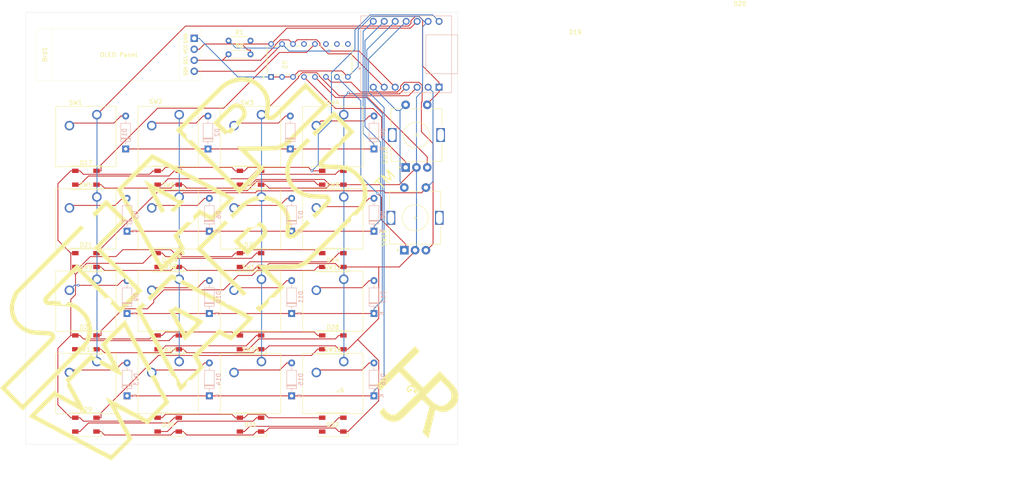
<source format=kicad_pcb>
(kicad_pcb (version 20240108) (generator "pcbnew") (generator_version "8.0")
  (layers (0 "F.Cu" signal) (31 "B.Cu" signal) (34 "B.Paste" user) (35 "F.Paste" user) (36 "B.SilkS" user "B.Silkscreen") (37 "F.SilkS" user "F.Silkscreen") (38 "B.Mask" user) (39 "F.Mask" user) (44 "Edge.Cuts" user))
  (net 0 "")
  (net 1 "Net-(Brd1-SDA)")
  (net 2 "Net-(Brd1-SCL)")
  (net 3 "GND")
  (net 4 "+3V3")
  (net 5 "Row 0")
  (net 6 "Net-(D1-A)")
  (net 7 "Net-(D2-A)")
  (net 8 "Net-(D3-A)")
  (net 9 "Row 1")
  (net 10 "Net-(D4-A)")
  (net 11 "Net-(D5-A)")
  (net 12 "Net-(D6-A)")
  (net 13 "Row 2")
  (net 14 "Net-(D7-A)")
  (net 15 "Net-(D8-A)")
  (net 16 "Net-(D9-A)")
  (net 17 "Net-(D10-A)")
  (net 18 "Net-(D11-A)")
  (net 19 "Net-(D12-A)")
  (net 20 "Row 3")
  (net 21 "Net-(D13-A)")
  (net 22 "Net-(D14-A)")
  (net 23 "Net-(D15-A)")
  (net 24 "Net-(D16-A)")
  (net 25 "Net-(D17-DOUT)")
  (net 26 "sk6812")
  (net 27 "+5V")
  (net 28 "Net-(D18-DOUT)")
  (net 29 "Net-(D19-DOUT)")
  (net 30 "Net-(D20-DOUT)")
  (net 31 "Net-(D21-DOUT)")
  (net 32 "Net-(D22-DOUT)")
  (net 33 "Net-(D23-DOUT)")
  (net 34 "Net-(D24-DOUT)")
  (net 35 "Net-(D25-DOUT)")
  (net 36 "Net-(D26-DOUT)")
  (net 37 "Net-(D27-DOUT)")
  (net 38 "Net-(D28-DOUT)")
  (net 39 "Net-(D29-DOUT)")
  (net 40 "Net-(D30-DOUT)")
  (net 41 "Net-(D31-DOUT)")
  (net 43 "Column 0")
  (net 44 "Column 1")
  (net 45 "Column 2")
  (net 46 "Column 3")
  (net 47 "encoder1a")
  (net 48 "encoder1b")
  (net 49 "Row 4")
  (net 50 "encoder2b")
  (net 51 "encoder2a")
  (footprint "LED_SMD:LED_SK6812_PLCC4_5.0x5.0mm_P3.2mm" (layer "F.Cu") (at 229.235 95.25)
    (property "Reference" "D24")
    (property "Value" "SK6812")
  )
  (footprint "Button_Switch_Keyboard:SW_Cherry_MX_1.00u_PCB" (layer "F.Cu") (at 231.775 99.695)
    (property "Reference" "SW12")
    (property "Value" "SW_Push_45deg")
  )
  (footprint "Resistor_THT:R_Axial_DIN0204_L3.6mm_D1.6mm_P5.08mm_Horizontal" (layer "F.Cu") (at 205.105 44.475)
    (property "Reference" "R1")
    (property "Value" "4.7k")
  )
  (footprint "Button_Switch_Keyboard:SW_Cherry_MX_1.00u_PCB" (layer "F.Cu") (at 193.675 118.745)
    (property "Reference" "SW14")
    (property "Value" "SW_Push_45deg")
  )
  (footprint "LOGO" (layer "F.Cu") (at 193.51625 95.25 45)
    (property "Reference" "G***")
    (property "Value" "LOGO" (hide yes))
  )
  (footprint "LED_SMD:LED_SK6812_PLCC4_5.0x5.0mm_P3.2mm" (layer "F.Cu") (at 172.085 133.35)
    (property "Reference" "D29")
    (property "Value" "SK6812")
  )
  (footprint "LED_SMD:LED_SK6812_PLCC4_5.0x5.0mm_P3.2mm" (layer "F.Cu") (at 210.185 76.2)
    (property "Reference" "D19")
    (property "Value" "SK6812")
  )
  (footprint "LED_SMD:LED_SK6812_PLCC4_5.0x5.0mm_P3.2mm" (layer "F.Cu") (at 229.235 114.3)
    (property "Reference" "D28")
    (property "Value" "SK6812")
  )
  (footprint "LED_SMD:LED_SK6812_PLCC4_5.0x5.0mm_P3.2mm" (layer "F.Cu") (at 191.135 76.2)
    (property "Reference" "D18" (hide yes))
    (property "Value" "SK6812")
  )
  (footprint "Button_Switch_Keyboard:SW_Cherry_MX_1.00u_PCB" (layer "F.Cu") (at 212.725 80.645)
    (property "Reference" "SW7")
    (property "Value" "SW_Push_45deg")
  )
  (footprint "Button_Switch_Keyboard:SW_Cherry_MX_1.00u_PCB" (layer "F.Cu") (at 174.625 61.595)
    (property "Reference" "SW1")
    (property "Value" "SW_Push_45deg")
  )
  (footprint "Rotary_Encoder:RotaryEncoder_Alps_EC11E-Switch_Vertical_H20mm" (layer "F.Cu") (at 246.1025 73.8187 90)
    (property "Reference" "SW18")
    (property "Value" "RotaryEncoder_Switch")
  )
  (footprint "Button_Switch_Keyboard:SW_Cherry_MX_1.00u_PCB" (layer "F.Cu") (at 193.675 61.595)
    (property "Reference" "SW2")
    (property "Value" "SW_Push_45deg")
  )
  (footprint "Button_Switch_Keyboard:SW_Cherry_MX_1.00u_PCB" (layer "F.Cu") (at 212.725 61.595)
    (property "Reference" "SW3")
    (property "Value" "SW_Push_45deg")
  )
  (footprint "LED_SMD:LED_SK6812_PLCC4_5.0x5.0mm_P3.2mm" (layer "F.Cu") (at 191.135 114.3)
    (property "Reference" "D26")
    (property "Value" "SK6812")
  )
  (footprint "LED_SMD:LED_SK6812_PLCC4_5.0x5.0mm_P3.2mm" (layer "F.Cu") (at 210.185 114.3)
    (property "Reference" "D27" (hide yes))
    (property "Value" "SK6812")
  )
  (footprint "Button_Switch_Keyboard:SW_Cherry_MX_1.00u_PCB" (layer "F.Cu") (at 231.775 118.745)
    (property "Reference" "SW16")
    (property "Value" "SW_Push_45deg")
  )
  (footprint "LED_SMD:LED_SK6812_PLCC4_5.0x5.0mm_P3.2mm" (layer "F.Cu") (at 229.235 133.35)
    (property "Reference" "D32")
    (property "Value" "SK6812")
  )
  (footprint "Button_Switch_Keyboard:SW_Cherry_MX_1.00u_PCB" (layer "F.Cu") (at 174.625 118.745)
    (property "Reference" "SW13")
    (property "Value" "SW_Push_45deg")
  )
  (footprint "Button_Switch_Keyboard:SW_Cherry_MX_1.00u_PCB" (layer "F.Cu") (at 174.625 80.645)
    (property "Reference" "SW5")
    (property "Value" "SW_Push_45deg")
  )
  (footprint "LED_SMD:LED_SK6812_PLCC4_5.0x5.0mm_P3.2mm" (layer "F.Cu") (at 210.185 133.35)
    (property "Reference" "D31")
    (property "Value" "SK6812")
  )
  (footprint "LOGO" (layer "F.Cu") (at 248.285 126.20625 -45)
    (property "Reference" "G***")
    (property "Value" "LOGO" (hide yes))
  )
  (footprint "Button_Switch_Keyboard:SW_Cherry_MX_1.00u_PCB" (layer "F.Cu") (at 193.675 99.695)
    (property "Reference" "SW10")
    (property "Value" "SW_Push_45deg")
  )
  (footprint "Button_Switch_Keyboard:SW_Cherry_MX_1.00u_PCB" (layer "F.Cu") (at 212.725 99.695)
    (property "Reference" "SW11")
    (property "Value" "SW_Push_45deg")
  )
  (footprint "Button_Switch_Keyboard:SW_Cherry_MX_1.00u_PCB" (layer "F.Cu") (at 174.625 99.695)
    (property "Reference" "SW9")
    (property "Value" "SW_Push_45deg")
  )
  (footprint "LED_SMD:LED_SK6812_PLCC4_5.0x5.0mm_P3.2mm" (layer "F.Cu") (at 191.135 95.25)
    (property "Reference" "D22")
    (property "Value" "SK6812")
  )
  (footprint "Rotary_Encoder:RotaryEncoder_Alps_EC11E-Switch_Vertical_H20mm" (layer "F.Cu") (at 245.785 92.975 90)
    (property "Reference" "SW19")
    (property "Value" "RotaryEncoder_Switch")
  )
  (footprint "Resistor_THT:R_Axial_DIN0204_L3.6mm_D1.6mm_P5.08mm_Horizontal" (layer "F.Cu") (at 205.105 47.625)
    (property "Reference" "R2")
    (property "Value" "4.7k")
  )
  (footprint "Button_Switch_Keyboard:SW_Cherry_MX_1.00u_PCB" (layer "F.Cu") (at 193.675 80.645)
    (property "Reference" "SW6")
    (property "Value" "SW_Push_45deg")
  )
  (footprint "LED_SMD:LED_SK6812_PLCC4_5.0x5.0mm_P3.2mm" (layer "F.Cu") (at 210.185 95.25)
    (property "Reference" "D23")
    (property "Value" "SK6812")
  )
  (footprint "LED_SMD:LED_SK6812_PLCC4_5.0x5.0mm_P3.2mm" (layer "F.Cu") (at 172.085 114.3)
    (property "Reference" "D25")
    (property "Value" "SK6812")
  )
  (footprint "LED_SMD:LED_SK6812_PLCC4_5.0x5.0mm_P3.2mm" (layer "F.Cu") (at 172.085 95.25)
    (property "Reference" "D21")
    (property "Value" "SK6812")
  )
  (footprint "Button_Switch_Keyboard:SW_Cherry_MX_1.00u_PCB" (layer "F.Cu") (at 212.725 118.745)
    (property "Reference" "SW15")
    (property "Value" "SW_Push_45deg")
  )
  (footprint "Button_Switch_Keyboard:SW_Cherry_MX_1.00u_PCB" (layer "F.Cu") (at 231.775 61.595)
    (property "Reference" "SW4")
    (property "Value" "SW_Push_45deg")
  )
  (footprint "LED_SMD:LED_SK6812_PLCC4_5.0x5.0mm_P3.2mm" (layer "F.Cu") (at 191.135 133.35)
    (property "Reference" "D30")
    (property "Value" "SK6812")
  )
  (footprint "LED_SMD:LED_SK6812_PLCC4_5.0x5.0mm_P3.2mm" (layer "F.Cu") (at 229.235 76.2)
    (property "Reference" "D20")
    (property "Value" "SK6812")
  )
  (footprint "footprints:N16" (layer "F.Cu") (at 232.7275 45.2437 90)
    (property "Reference" "U2")
    (property "Value" "PCF8574")
  )
  (footprint "Button_Switch_Keyboard:SW_Cherry_MX_1.00u_PCB" (layer "F.Cu") (at 231.775 80.645)
    (property "Reference" "SW8")
    (property "Value" "SW_Push_45deg")
  )
  (footprint "LED_SMD:LED_SK6812_PLCC4_5.0x5.0mm_P3.2mm" (layer "F.Cu") (at 172.085 76.2)
    (property "Reference" "D17")
    (property "Value" "SK6812")
  )
  (footprint "KiCad-SSD1306-0.91-OLED-4pin-128x32:SSD1306-0.91-OLED-4pin-128x32" (layer "F.Cu") (at 160.6613 41.74)
    (property "Reference" "Brd1")
    (property "Value" "SSD1306")
  )
  (footprint "Diode_THT:D_DO-35_SOD27_P7.62mm_Horizontal" (layer "B.Cu") (at 200.3425 69.5325 90)
    (property "Reference" "D2")
    (property "Value" "D" (hide yes))
  )
  (footprint "Diode_THT:D_DO-35_SOD27_P7.62mm_Horizontal" (layer "B.Cu") (at 238.76 126.6825 90)
    (property "Reference" "D16")
    (property "Value" "D")
  )
  (footprint "Diode_THT:D_DO-35_SOD27_P7.62mm_Horizontal" (layer "B.Cu") (at 200.66 126.6825 90)
    (property "Reference" "D14")
    (property "Value" "D")
  )
  (footprint "Diode_THT:D_DO-35_SOD27_P7.62mm_Horizontal" (layer "B.Cu") (at 200.66 88.5825 90)
    (property "Reference" "D6")
    (property "Value" "D")
  )
  (footprint "Diode_THT:D_DO-35_SOD27_P7.62mm_Horizontal" (layer "B.Cu") (at 238.76 88.5825 90)
    (property "Reference" "D8")
    (property "Value" "D")
  )
  (footprint "Diode_THT:D_DO-35_SOD27_P7.62mm_Horizontal" (layer "B.Cu") (at 181.61 107.6325 90)
    (property "Reference" "D9")
    (property "Value" "D")
  )
  (footprint "Diode_THT:D_DO-35_SOD27_P7.62mm_Horizontal" (layer "B.Cu") (at 200.66 107.6325 90)
    (property "Reference" "D10")
    (property "Value" "D")
  )
  (footprint "Diode_THT:D_DO-35_SOD27_P7.62mm_Horizontal" (layer "B.Cu") (at 181.61 88.5825 90)
    (property "Reference" "D5")
    (property "Value" "D")
  )
  (footprint "Diode_THT:D_DO-35_SOD27_P7.62mm_Horizontal" (layer "B.Cu") (at 238.76 107.6325 90)
    (property "Reference" "D12")
    (property "Value" "D")
  )
  (footprint "Diode_THT:D_DO-35_SOD27_P7.62mm_Horizontal" (layer "B.Cu") (at 219.71 126.6825 90)
    (property "Reference" "D15")
    (property "Value" "D")
  )
  (footprint "Diode_THT:D_DO-35_SOD27_P7.62mm_Horizontal" (layer "B.Cu") (at 219.71 88.5825 90)
    (property "Reference" "D7")
    (property "Value" "D")
  )
  (footprint "Diode_THT:D_DO-35_SOD27_P7.62mm_Horizontal" (layer "B.Cu") (at 181.61 126.6825 90)
    (property "Reference" "D13")
    (property "Value" "D")
  )
  (footprint "Diode_THT:D_DO-35_SOD27_P7.62mm_Horizontal" (layer "B.Cu") (at 181.2925 69.5325 90)
    (property "Reference" "D1")
    (property "Value" "D" (hide yes))
  )
  (footprint "Diode_THT:D_DO-35_SOD27_P7.62mm_Horizontal" (layer "B.Cu") (at 238.76 69.5325 90)
    (property "Reference" "D4")
    (property "Value" "D")
  )
  (footprint "XIAO_PCB:MOUDLE14P-2.54-21X17.8MM" (layer "B.Cu") (at 246.2213 47.625)
    (property "Reference" "U1" (hide yes))
    (property "Value" "MOUDLE-SEEEDUINO-XIAO")
  )
  (footprint "Diode_THT:D_DO-35_SOD27_P7.62mm_Horizontal" (layer "B.Cu") (at 219.3925 69.5325 90)
    (property "Reference" "D3" (hide yes))
    (property "Value" "D" (hide yes))
  )
  (footprint "Diode_THT:D_DO-35_SOD27_P7.62mm_Horizontal" (layer "B.Cu") (at 219.71 107.6325 90)
    (property "Reference" "D11")
    (property "Value" "D")
  )
  (gr_rect (start 158.19375 37.90625) (end 258.19375 137.90625) (stroke (width 0.05)) (fill none) (layer "Edge.Cuts"))
  (segment (start 197.1613 51.55) (end 197.161 51.55) (width 0.2) (layer "F.Cu") (net 1))
  (segment (start 235.311 46.8744) (end 243.681 55.245) (width 0.2) (layer "F.Cu") (net 1))
  (segment (start 228.375 46.8744) (end 235.311 46.8744) (width 0.2) (layer "F.Cu") (net 1))
  (segment (start 211.181 51.55) (end 197.1613 51.55) (width 0.2) (layer "F.Cu") (net 1))
  (segment (start 217.488 45.2437) (end 217.4877 45.2439) (width 0.2) (layer "F.Cu") (net 1))
  (segment (start 217.4877 45.2439) (end 211.181 51.55) (width 0.2) (layer "F.Cu") (net 1))
  (segment (start 217.4875 45.2437) (end 217.4877 45.2439) (width 0.2) (layer "F.Cu") (net 1))
  (segment (start 243.6813 55.245) (end 243.681 55.245) (width 0.2) (layer "F.Cu") (net 1))
  (via (at 228.375 46.8744) (size 0.6) (drill 0.3) (layers "F.Cu" "B.Cu") (net 1))
  (segment (start 218.303 46.059) (end 218.3028 46.059) (width 0.2) (layer "B.Cu") (net 1))
  (segment (start 218.3028 46.059) (end 217.4875 45.2437) (width 0.2) (layer "B.Cu") (net 1))
  (segment (start 219.118 46.8744) (end 228.375 46.8744) (width 0.2) (layer "B.Cu") (net 1))
  (segment (start 218.303 46.059) (end 219.118 46.8744) (width 0.2) (layer "B.Cu") (net 1))
  (segment (start 217.4875 45.2437) (end 216.5375 46.1937) (width 0.2) (layer "B.Cu") (net 1))
  (segment (start 216.5375 46.1937) (end 206.8237 46.1937) (width 0.2) (layer "B.Cu") (net 1))
  (segment (start 206.8237 46.1937) (end 205.105 44.475) (width 0.2) (layer "B.Cu") (net 1))
  (segment (start 217.488 45.2437) (end 218.303 46.059) (width 0.2) (layer "B.Cu") (net 1))
  (segment (start 197.1613 49.01) (end 203.72 49.01) (width 0.2) (layer "F.Cu") (net 2))
  (segment (start 233.418 47.5214) (end 241.141 55.245) (width 0.2) (layer "F.Cu") (net 2))
  (segment (start 220.0277 45.2435) (end 220.028 45.2437) (width 0.2) (layer "F.Cu") (net 2))
  (segment (start 220.0275 45.2437) (end 220.0277 45.2435) (width 0.2) (layer "F.Cu") (net 2))
  (segment (start 217.08 44.2747) (end 219.058 44.2747) (width 0.2) (layer "F.Cu") (net 2))
  (segment (start 221.027 44.244) (end 223.186 44.244) (width 0.2) (layer "F.Cu") (net 2))
  (segment (start 226.247 45.0169) (end 226.247 45.5969) (width 0.2) (layer "F.Cu") (net 2))
  (segment (start 215.897 45.458) (end 217.08 44.2747) (width 0.2) (layer "F.Cu") (net 2))
  (segment (start 215.897 45.637) (end 215.897 45.458) (width 0.2) (layer "F.Cu") (net 2))
  (segment (start 203.72 49.01) (end 212.524 49.01) (width 0.2) (layer "F.Cu") (net 2))
  (segment (start 220.028 45.2437) (end 221.027 44.244) (width 0.2) (layer "F.Cu") (net 2))
  (segment (start 219.058 44.2747) (end 220.0277 45.2435) (width 0.2) (layer "F.Cu") (net 2))
  (segment (start 241.1413 55.245) (end 241.141 55.245) (width 0.2) (layer "F.Cu") (net 2))
  (segment (start 223.186 44.244) (end 223.187 44.2425) (width 0.2) (layer "F.Cu") (net 2))
  (segment (start 203.72 49.01) (end 205.105 47.625) (width 0.2) (layer "F.Cu") (net 2))
  (segment (start 226.247 45.5969) (end 228.171 47.5214) (width 0.2) (layer "F.Cu") (net 2))
  (segment (start 197.161 49.01) (end 197.1613 49.01) (width 0.2) (layer "F.Cu") (net 2))
  (segment (start 225.472 44.2425) (end 226.247 45.0169) (width 0.2) (layer "F.Cu") (net 2))
  (segment (start 212.524 49.01) (end 215.897 45.637) (width 0.2) (layer "F.Cu") (net 2))
  (segment (start 223.187 44.2425) (end 225.472 44.2425) (width 0.2) (layer "F.Cu") (net 2))
  (segment (start 228.171 47.5214) (end 233.418 47.5214) (width 0.2) (layer "F.Cu") (net 2))
  (segment (start 194.637 115.9) (end 195.438 116.702) (width 0.2) (layer "F.Cu") (net 3))
  (segment (start 244.621 96.85) (end 239.863 96.85) (width 0.2) (layer "F.Cu") (net 3))
  (segment (start 174.535 96.85) (end 175.587 96.85) (width 0.2) (layer "F.Cu") (net 3))
  (segment (start 193.585 115.9) (end 192.533 115.9) (width 0.2) (layer "F.Cu") (net 3))
  (segment (start 211.509 76.5897) (end 227.26 76.5897) (width 0.2) (layer "F.Cu") (net 3))
  (segment (start 234.987 113.65) (end 232.737 115.9) (width 0.2) (layer "F.Cu") (net 3))
  (segment (start 228.49 77.8196) (end 228.49 77.8195) (width 0.2) (layer "F.Cu") (net 3))
  (segment (start 232.7275 52.8637) (end 232.7277 52.8635) (width 0.2) (layer "F.Cu") (net 3))
  (segment (start 214.488 115.098) (end 213.687 115.9) (width 0.2) (layer "F.Cu") (net 3))
  (segment (start 192.533 115.9) (end 191.732 116.702) (width 0.2) (layer "F.Cu") (net 3))
  (segment (start 239.863 108.774) (end 234.987 113.65) (width 0.2) (layer "F.Cu") (net 3))
  (segment (start 244.621 77.8) (end 231.685 77.8) (width 0.2) (layer "F.Cu") (net 3))
  (segment (start 209.593 77.938) (end 210.161 77.938) (width 0.2) (layer "F.Cu") (net 3))
  (segment (start 194.637 134.95) (end 193.585 134.95) (width 0.2) (layer "F.Cu") (net 3))
  (segment (start 214.488 78.6017) (end 227.708 78.6017) (width 0.2) (layer "F.Cu") (net 3))
  (segment (start 239.862 127.825) (end 232.737 134.95) (width 0.2) (layer "F.Cu") (net 3))
  (segment (start 193.585 115.9) (end 194.637 115.9) (width 0.2) (layer "F.Cu") (net 3))
  (segment (start 195.438 78.6017) (end 208.929 78.6017) (width 0.2) (layer "F.Cu") (net 3))
  (segment (start 213.687 77.8) (end 214.488 78.6017) (width 0.2) (layer "F.Cu") (net 3))
  (segment (start 212.635 134.95) (end 211.583 134.95) (width 0.2) (layer "F.Cu") (net 3))
  (segment (start 210.782 97.6517) (end 195.438 97.6517) (width 0.2) (layer "F.Cu") (net 3))
  (segment (start 231.685 115.9) (end 230.633 115.9) (width 0.2) (layer "F.Cu") (net 3))
  (segment (start 213.687 96.85) (end 214.488 96.0483) (width 0.2) (layer "F.Cu") (net 3))
  (segment (start 211.583 96.85) (end 210.782 97.6517) (width 0.2) (layer "F.Cu") (net 3))
  (segment (start 239.863 96.85) (end 231.685 96.85) (width 0.2) (layer "F.Cu") (net 3))
  (segment (start 195.438 97.6517) (end 194.637 96.85) (width 0.2) (layer "F.Cu") (net 3))
  (segment (start 212.635 96.85) (end 211.583 96.85) (width 0.2) (layer "F.Cu") (net 3))
  (segment (start 227.708 78.6017) (end 228.49 77.8195) (width 0.2) (layer "F.Cu") (net 3))
  (segment (start 210.782 135.752) (end 195.438 135.752) (width 0.2) (layer "F.Cu") (net 3))
  (segment (start 217.4875 52.8637) (end 220.0275 52.8637) (width 0.2) (layer "F.Cu") (net 3))
  (segment (start 212.635 77.8) (end 213.687 77.8) (width 0.2) (layer "F.Cu") (net 3))
  (segment (start 239.862 118.525) (end 239.862 127.825) (width 0.2) (layer "F.Cu") (net 3))
  (segment (start 232.7277 52.8635) (end 232.728 52.8637) (width 0.2) (layer "F.Cu") (net 3))
  (segment (start 220.0275 52.8637) (end 220.028 52.8637) (width 0.2) (layer "F.Cu") (net 3))
  (segment (start 176.388 78.6017) (end 191.732 78.6017) (width 0.2) (layer "F.Cu") (net 3))
  (segment (start 194.637 96.85) (end 193.585 96.85) (width 0.2) (layer "F.Cu") (net 3))
  (segment (start 174.535 134.95) (end 175.587 134.95) (width 0.2) (layer "F.Cu") (net 3))
  (segment (start 191.732 135.752) (end 192.533 134.95) (width 0.2) (layer "F.Cu") (net 3))
  (segment (start 211.583 134.95) (end 210.782 135.752) (width 0.2) (layer "F.Cu") (net 3))
  (segment (start 229.832 115.098) (end 214.488 115.098) (width 0.2) (layer "F.Cu") (net 3))
  (segment (start 192.533 96.85) (end 193.585 96.85) (width 0.2) (layer "F.Cu") (net 3))
  (segment (start 214.488 96.0483) (end 229.832 96.0483) (width 0.2) (layer "F.Cu") (net 3))
  (segment (start 212.635 134.95) (end 213.687 134.95) (width 0.2) (layer "F.Cu") (net 3))
  (segment (start 194.637 77.8) (end 195.438 78.6017) (width 0.2) (layer "F.Cu") (net 3))
  (segment (start 176.388 135.752) (end 191.732 135.752) (width 0.2) (layer "F.Cu") (net 3))
  (segment (start 231.685 77.8) (end 230.633 77.8) (width 0.2) (layer "F.Cu") (net 3))
  (segment (start 208.929 78.6017) (end 209.593 77.938) (width 0.2) (layer "F.Cu") (net 3))
  (segment (start 174.535 77.8) (end 175.587 77.8) (width 0.2) (layer "F.Cu") (net 3))
  (segment (start 175.587 77.8) (end 176.388 78.6017) (width 0.2) (layer "F.Cu") (net 3))
  (segment (start 176.388 97.6517) (end 191.732 97.6517) (width 0.2) (layer "F.Cu") (net 3))
  (segment (start 176.388 116.702) (end 175.587 115.9) (width 0.2) (layer "F.Cu") (net 3))
  (segment (start 230.633 77.8) (end 230.614 77.8196) (width 0.2) (layer "F.Cu") (net 3))
  (segment (start 248.6025 92.8687) (end 248.602 92.8687) (width 0.2) (layer "F.Cu") (net 3))
  (segment (start 175.587 115.9) (end 174.535 115.9) (width 0.2) (layer "F.Cu") (net 3))
  (segment (start 195.438 116.702) (end 210.782 116.702) (width 0.2) (layer "F.Cu") (net 3))
  (segment (start 195.438 135.752) (end 194.637 134.95) (width 0.2) (layer "F.Cu") (net 3))
  (segment (start 227.26 76.5897) (end 228.49 77.8195) (width 0.2) (layer "F.Cu") (net 3))
  (segment (start 230.633 115.9) (end 229.832 115.098) (width 0.2) (layer "F.Cu") (net 3))
  (segment (start 229.832 96.0483) (end 230.633 96.85) (width 0.2) (layer "F.Cu") (net 3))
  (segment (start 230.633 96.85) (end 231.685 96.85) (width 0.2) (layer "F.Cu") (net 3))
  (segment (start 175.587 134.95) (end 176.388 135.752) (width 0.2) (layer "F.Cu") (net 3))
  (segment (start 210.782 116.702) (end 211.583 115.9) (width 0.2) (layer "F.Cu") (net 3))
  (segment (start 231.34 51.4765) (end 232.7277 52.8635) (width 0.2) (layer "F.Cu") (net 3))
  (segment (start 229.832 134.148) (end 230.633 134.95) (width 0.2) (layer "F.Cu") (net 3))
  (segment (start 213.687 134.95) (end 214.488 134.148) (width 0.2) (layer "F.Cu") (net 3))
  (segment (start 220.028 52.8637) (end 221.415 51.4765) (width 0.2) (layer "F.Cu") (net 3))
  (segment (start 248.602 73.8187) (end 244.621 77.8) (width 0.2) (layer "F.Cu") (net 3))
  (segment (start 214.948 52.8637) (end 214.9475 52.8637) (width 0.2) (layer "F.Cu") (net 3))
  (segment (start 210.161 77.938) (end 211.509 76.5897) (width 0.2) (layer "F.Cu") (net 3))
  (segment (start 230.633 134.95) (end 231.685 134.95) (width 0.2) (layer "F.Cu") (net 3))
  (segment (start 221.415 51.4765) (end 231.34 51.4765) (width 0.2) (layer "F.Cu") (net 3))
  (segment (start 191.732 97.6517) (end 192.533 96.85) (width 0.2) (layer "F.Cu") (net 3))
  (segment (start 213.687 115.9) (end 212.635 115.9) (width 0.2) (layer "F.Cu") (net 3))
  (segment (start 214.948 52.8637) (end 217.4875 52.8637) (width 0.2) (layer "F.Cu") (net 3))
  (segment (start 230.614 77.8196) (end 228.49 77.8196) (width 0.2) (layer "F.Cu") (net 3))
  (segment (start 191.732 116.702) (end 176.388 116.702) (width 0.2) (layer "F.Cu") (net 3))
  (segment (start 248.602 92.8687) (end 244.621 96.85) (width 0.2) (layer "F.Cu") (net 3))
  (segment (start 175.587 96.85) (end 176.388 97.6517) (width 0.2) (layer "F.Cu") (net 3))
  (segment (start 192.533 134.95) (end 193.585 134.95) (width 0.2) (layer "F.Cu") (net 3))
  (segment (start 214.488 134.148) (end 229.832 134.148) (width 0.2) (layer "F.Cu") (net 3))
  (segment (start 239.863 96.85) (end 239.863 108.774) (width 0.2) (layer "F.Cu") (net 3))
  (segment (start 211.583 115.9) (end 212.635 115.9) (width 0.2) (layer "F.Cu") (net 3))
  (segment (start 192.533 77.8) (end 193.585 77.8) (width 0.2) (layer "F.Cu") (net 3))
  (segment (start 212.635 96.85) (end 213.687 96.85) (width 0.2) (layer "F.Cu") (net 3))
  (segment (start 191.732 78.6017) (end 192.533 77.8) (width 0.2) (layer "F.Cu") (net 3))
  (segment (start 232.737 115.9) (end 231.685 115.9) (width 0.2) (layer "F.Cu") (net 3))
  (segment (start 232.737 134.95) (end 231.685 134.95) (width 0.2) (layer "F.Cu") (net 3))
  (segment (start 234.987 113.65) (end 239.862 118.525) (width 0.2) (layer "F.Cu") (net 3))
  (segment (start 248.6025 73.8187) (end 248.602 73.8187) (width 0.2) (layer "F.Cu") (net 3))
  (segment (start 193.585 77.8) (end 194.637 77.8) (width 0.2) (layer "F.Cu") (net 3))
  (segment (start 248.6025 81.0888) (end 248.6025 92.8687) (width 0.2) (layer "B.Cu") (net 3))
  (segment (start 238.146 38.8912) (end 249.235 38.8912) (width 0.2) (layer "B.Cu") (net 3))
  (segment (start 251.0631 40.2432) (end 251.3013 40.005) (width 0.2) (layer "B.Cu") (net 3))
  (segment (start 248.602 81.0883) (end 248.602 92.8687) (width 0.2) (layer "B.Cu") (net 3))
  (segment (start 250.031 56.1162) (end 248.602 57.545) (width 0.2) (layer "B.Cu") (net 3))
  (segment (start 235.128 41.9087) (end 238.146 38.8912) (width 0.2) (layer "B.Cu") (net 3))
  (segment (start 198.313 43.93) (end 197.1613 43.93) (width 0.2) (layer "B.Cu") (net 3))
  (segment (start 250.825 40.4814) (end 250.031 41.275) (width 0.2) (layer "B.Cu") (net 3))
  (segment (start 248.602 69.3166) (end 248.6025 69.3171) (width 0.2) (layer "B.Cu") (net 3))
  (segment (start 251.301 40.005) (end 251.063 40.2432) (width 0.2) (layer "B.Cu") (net 3))
  (segment (start 250.031 41.275) (end 250.031 56.1162) (width 0.2) (layer "B.Cu") (net 3))
  (segment (start 248.6025 69.3171) (end 248.6025 73.8187) (width 0.2) (layer "B.Cu") (net 3))
  (segment (start 214.948 52.8637) (end 214.9475 52.8637) (width 0.2) (layer "B.Cu") (net 3))
  (segment (start 248.602 81.0883) (end 248.6025 81.0888) (width 0.2) (layer "B.Cu") (net 3))
  (segment (start 232.728 52.8637) (end 235.128 50.4629) (width 0.2) (layer "B.Cu") (net 3))
  (segment (start 251.063 40.2432) (end 251.0631 40.2432) (width 0.2) (layer "B.Cu") (net 3))
  (segment (start 197.161 43.93) (end 197.1613 43.93) (width 0.2) (layer "B.Cu") (net 3))
  (segment (start 249.235 38.8912) (end 250.825 40.4814) (width 0.2) (layer "B.Cu") (net 3))
  (segment (start 214.9475 52.8637) (end 207.247 52.8637) (width 0.2) (layer "B.Cu") (net 3))
  (segment (start 235.128 50.4629) (end 235.128 41.9087) (width 0.2) (layer "B.Cu") (net 3))
  (segment (start 232.7275 52.8637) (end 232.728 52.8637) (width 0.2) (layer "B.Cu") (net 3))
  (segment (start 248.602 69.3166) (end 248.602 81.0883) (width 0.2) (layer "B.Cu") (net 3))
  (segment (start 207.247 52.8637) (end 198.313 43.93) (width 0.2) (layer "B.Cu") (net 3))
  (segment (start 248.602 57.545) (end 248.602 69.3166) (width 0.2) (layer "B.Cu") (net 3))
  (segment (start 251.063 40.2432) (end 250.825 40.4814) (width 0.2) (layer "B.Cu") (net 3))
  (segment (start 210.185 47.625) (end 210.185 46.6233) (width 0.2) (layer "F.Cu") (net 4))
  (segment (start 214.948 45.2437) (end 218.608 41.5833) (width 0.2) (layer "F.Cu") (net 4))
  (segment (start 210.185 45.0024) (end 210.185 44.475) (width 0.2) (layer "F.Cu") (net 4))
  (segment (start 208.1657 45.2437) (end 209.5453 46.6233) (width 0.2) (layer "F.Cu") (net 4))
  (segment (start 210.4263 45.2437) (end 214.9475 45.2437) (width 0.2) (layer "F.Cu") (net 4))
  (segment (start 247.183 41.5833) (end 248.142 40.6241) (width 0.2) (layer "F.Cu") (net 4))
  (segment (start 198.313 46.47) (end 199.539 45.2437) (width 0.2) (layer "F.Cu") (net 4))
  (segment (start 214.9475 45.2437) (end 214.948 45.2437) (width 0.2) (layer "F.Cu") (net 4))
  (segment (start 208.1657 45.2437) (end 210.4263 45.2437) (width 0.2) (layer "F.Cu") (net 4))
  (segment (start 248.142 40.6241) (end 248.761 40.005) (width 0.2) (layer "F.Cu") (net 4))
  (segment (start 248.142 40.6241) (end 248.1422 40.6241) (width 0.2) (layer "F.Cu") (net 4))
  (segment (start 209.5453 46.6233) (end 210.185 46.6233) (width 0.2) (layer "F.Cu") (net 4))
  (segment (start 197.1613 46.47) (end 198.313 46.47) (width 0.2) (layer "F.Cu") (net 4))
  (segment (start 210.4263 45.2437) (end 210.185 45.0024) (width 0.2) (layer "F.Cu") (net 4))
  (segment (start 199.539 45.2437) (end 208.1657 45.2437) (width 0.2) (layer "F.Cu") (net 4))
  (segment (start 248.1422 40.6241) (end 248.7613 40.005) (width 0.2) (layer "F.Cu") (net 4))
  (segment (start 197.161 46.47) (end 197.1613 46.47) (width 0.2) (layer "F.Cu") (net 4))
  (segment (start 218.608 41.5833) (end 247.183 41.5833) (width 0.2) (layer "F.Cu") (net 4))
  (segment (start 219.3925 69.5325) (end 200.3425 69.5325) (width 0.2) (layer "F.Cu") (net 5))
  (segment (start 181.292 69.5325) (end 181.2925 69.5325) (width 0.2) (layer "F.Cu") (net 5))
  (segment (start 200.3425 69.5325) (end 181.2925 69.5325) (width 0.2) (layer "F.Cu") (net 5))
  (segment (start 238.76 69.5325) (end 219.3925 69.5325) (width 0.2) (layer "F.Cu") (net 5))
  (segment (start 236.259 65.9297) (end 238.76 68.4308) (width 0.2) (layer "B.Cu") (net 5))
  (segment (start 238.76 68.4308) (end 238.76 69.5325) (width 0.2) (layer "B.Cu") (net 5))
  (segment (start 237.43 41.1762) (end 237.4301 41.1762) (width 0.2) (layer "B.Cu") (net 5))
  (segment (start 237.43 41.1762) (end 236.259 42.3474) (width 0.2) (layer "B.Cu") (net 5))
  (segment (start 238.601 40.005) (end 237.43 41.1762) (width 0.2) (layer "B.Cu") (net 5))
  (segment (start 237.4301 41.1762) (end 238.6013 40.005) (width 0.2) (layer "B.Cu") (net 5))
  (segment (start 236.259 42.3474) (end 236.259 65.9297) (width 0.2) (layer "B.Cu") (net 5))
  (segment (start 180.191 61.9125) (end 178.548 63.555) (width 0.2) (layer "F.Cu") (net 6))
  (segment (start 178.548 63.555) (end 168.855 63.555) (width 0.2) (layer "F.Cu") (net 6))
  (segment (start 181.292 61.9125) (end 180.191 61.9125) (width 0.2) (layer "F.Cu") (net 6))
  (segment (start 168.855 63.555) (end 168.275 64.135) (width 0.2) (layer "F.Cu") (net 6))
  (segment (start 181.292 61.9125) (end 181.2925 61.9125) (width 0.2) (layer "F.Cu") (net 6))
  (segment (start 197.598 63.555) (end 187.905 63.555) (width 0.2) (layer "F.Cu") (net 7))
  (segment (start 200.342 61.9125) (end 200.3425 61.9125) (width 0.2) (layer "F.Cu") (net 7))
  (segment (start 199.241 61.9125) (end 197.598 63.555) (width 0.2) (layer "F.Cu") (net 7))
  (segment (start 200.342 61.9125) (end 199.241 61.9125) (width 0.2) (layer "F.Cu") (net 7))
  (segment (start 187.905 63.555) (end 187.325 64.135) (width 0.2) (layer "F.Cu") (net 7))
  (segment (start 218.291 61.9125) (end 216.648 63.555) (width 0.2) (layer "F.Cu") (net 8))
  (segment (start 216.648 63.555) (end 206.955 63.555) (width 0.2) (layer "F.Cu") (net 8))
  (segment (start 219.392 61.9125) (end 219.3925 61.9125) (width 0.2) (layer "F.Cu") (net 8))
  (segment (start 206.955 63.555) (end 206.375 64.135) (width 0.2) (layer "F.Cu") (net 8))
  (segment (start 219.392 61.9125) (end 218.291 61.9125) (width 0.2) (layer "F.Cu") (net 8))
  (segment (start 200.66 88.5825) (end 219.71 88.5825) (width 0.2) (layer "F.Cu") (net 9))
  (segment (start 181.61 88.5825) (end 200.66 88.5825) (width 0.2) (layer "F.Cu") (net 9))
  (segment (start 238.76 88.5825) (end 219.71 88.5825) (width 0.2) (layer "F.Cu") (net 9))
  (segment (start 241.141 40.005) (end 236.674 44.4722) (width 0.2) (layer "B.Cu") (net 9))
  (segment (start 240.289 67.9423) (end 240.289 85.9518) (width 0.2) (layer "B.Cu") (net 9))
  (segment (start 236.674 64.3274) (end 240.289 67.9423) (width 0.2) (layer "B.Cu") (net 9))
  (segment (start 240.289 85.9518) (end 238.76 87.4808) (width 0.2) (layer "B.Cu") (net 9))
  (segment (start 241.1413 40.005) (end 241.141 40.005) (width 0.2) (layer "B.Cu") (net 9))
  (segment (start 236.674 44.4722) (end 236.674 64.3274) (width 0.2) (layer "B.Cu") (net 9))
  (segment (start 238.76 87.4808) (end 238.76 88.5825) (width 0.2) (layer "B.Cu") (net 9))
  (segment (start 238.76 61.9125) (end 237.658 61.9125) (width 0.2) (layer "F.Cu") (net 10))
  (segment (start 226.52 63.0397) (end 225.425 64.135) (width 0.2) (layer "F.Cu") (net 10))
  (segment (start 236.531 63.0397) (end 226.52 63.0397) (width 0.2) (layer "F.Cu") (net 10))
  (segment (start 237.658 61.9125) (end 236.531 63.0397) (width 0.2) (layer "F.Cu") (net 10))
  (segment (start 178.866 82.605) (end 168.855 82.605) (width 0.2) (layer "F.Cu") (net 11))
  (segment (start 168.855 82.605) (end 168.275 83.185) (width 0.2) (layer "F.Cu") (net 11))
  (segment (start 180.508 80.9625) (end 178.866 82.605) (width 0.2) (layer "F.Cu") (net 11))
  (segment (start 181.61 80.9625) (end 180.508 80.9625) (width 0.2) (layer "F.Cu") (net 11))
  (segment (start 197.916 82.605) (end 187.905 82.605) (width 0.2) (layer "F.Cu") (net 12))
  (segment (start 200.66 80.9625) (end 199.558 80.9625) (width 0.2) (layer "F.Cu") (net 12))
  (segment (start 199.558 80.9625) (end 197.916 82.605) (width 0.2) (layer "F.Cu") (net 12))
  (segment (start 187.905 82.605) (end 187.325 83.185) (width 0.2) (layer "F.Cu") (net 12))
  (segment (start 219.71 107.632) (end 200.66 107.632) (width 0.2) (layer "F.Cu") (net 13))
  (segment (start 181.6105 107.632) (end 181.61 107.632) (width 0.2) (layer "F.Cu") (net 13))
  (segment (start 238.7595 107.632) (end 238.76 107.6325) (width 0.2) (layer "F.Cu") (net 13))
  (segment (start 238.7595 107.632) (end 219.71 107.632) (width 0.2) (layer "F.Cu") (net 13))
  (segment (start 200.66 107.632) (end 200.66 107.6325) (width 0.2) (layer "F.Cu") (net 13))
  (segment (start 181.6105 107.632) (end 181.61 107.6325) (width 0.2) (layer "F.Cu") (net 13))
  (segment (start 238.76 107.632) (end 238.7595 107.632) (width 0.2) (layer "F.Cu") (net 13))
  (segment (start 219.71 107.632) (end 219.71 107.6325) (width 0.2) (layer "F.Cu") (net 13))
  (segment (start 200.66 107.632) (end 181.6105 107.632) (width 0.2) (layer "F.Cu") (net 13))
  (segment (start 237.094 57.7068) (end 240.7 61.3131) (width 0.2) (layer "B.Cu") (net 13))
  (segment (start 243.681 40.005) (end 237.094 46.5927) (width 0.2) (layer "B.Cu") (net 13))
  (segment (start 237.094 46.5927) (end 237.094 57.7068) (width 0.2) (layer "B.Cu") (net 13))
  (segment (start 238.76 106.531) (end 238.76 107.632) (width 0.2) (layer "B.Cu") (net 13))
  (segment (start 240.7 104.591) (end 238.76 106.531) (width 0.2) (layer "B.Cu") (net 13))
  (segment (start 240.7 61.3131) (end 240.7 104.591) (width 0.2) (layer "B.Cu") (net 13))
  (segment (start 243.6813 40.005) (end 243.681 40.005) (width 0.2) (layer "B.Cu") (net 13))
  (segment (start 238.76 107.632) (end 238.76 107.6325) (width 0.2) (layer "B.Cu") (net 13))
  (segment (start 218.608 80.9625) (end 216.966 82.605) (width 0.2) (layer "F.Cu") (net 14))
  (segment (start 219.71 80.9625) (end 218.608 80.9625) (width 0.2) (layer "F.Cu") (net 14))
  (segment (start 206.955 82.605) (end 206.375 83.185) (width 0.2) (layer "F.Cu") (net 14))
  (segment (start 216.966 82.605) (end 206.955 82.605) (width 0.2) (layer "F.Cu") (net 14))
  (segment (start 238.76 80.9625) (end 237.658 80.9625) (width 0.2) (layer "F.Cu") (net 15))
  (segment (start 225.726 82.8844) (end 225.425 83.185) (width 0.2) (layer "F.Cu") (net 15))
  (segment (start 235.736 82.8844) (end 225.726 82.8844) (width 0.2) (layer "F.Cu") (net 15))
  (segment (start 237.658 80.9625) (end 235.736 82.8844) (width 0.2) (layer "F.Cu") (net 15))
  (segment (start 180.508 100.012) (end 179.418 101.103) (width 0.2) (layer "F.Cu") (net 16))
  (segment (start 179.418 101.103) (end 170.314 101.103) (width 0.2) (layer "F.Cu") (net 16))
  (segment (start 181.61 100.012) (end 181.6095 100.012) (width 0.2) (layer "F.Cu") (net 16))
  (segment (start 181.6095 100.012) (end 181.61 100.0125) (width 0.2) (layer "F.Cu") (net 16))
  (segment (start 181.6095 100.012) (end 180.508 100.012) (width 0.2) (layer "F.Cu") (net 16))
  (via (at 170.314 101.103) (size 0.6) (drill 0.3) (layers "F.Cu" "B.Cu") (net 16))
  (segment (start 169.407 101.103) (end 170.314 101.103) (width 0.2) (layer "B.Cu") (net 16))
  (segment (start 168.275 102.235) (end 169.407 101.103) (width 0.2) (layer "B.Cu") (net 16))
  (segment (start 199.558 100.012) (end 197.916 101.655) (width 0.2) (layer "F.Cu") (net 17))
  (segment (start 200.66 100.012) (end 200.6595 100.012) (width 0.2) (layer "F.Cu") (net 17))
  (segment (start 187.905 101.655) (end 187.325 102.235) (width 0.2) (layer "F.Cu") (net 17))
  (segment (start 200.6595 100.012) (end 200.66 100.0125) (width 0.2) (layer "F.Cu") (net 17))
  (segment (start 200.6595 100.012) (end 199.558 100.012) (width 0.2) (layer "F.Cu") (net 17))
  (segment (start 197.916 101.655) (end 187.905 101.655) (width 0.2) (layer "F.Cu") (net 17))
  (segment (start 219.71 100.012) (end 219.7095 100.012) (width 0.2) (layer "F.Cu") (net 18))
  (segment (start 206.955 101.655) (end 206.375 102.235) (width 0.2) (layer "F.Cu") (net 18))
  (segment (start 216.966 101.655) (end 206.955 101.655) (width 0.2) (layer "F.Cu") (net 18))
  (segment (start 218.608 100.012) (end 216.966 101.655) (width 0.2) (layer "F.Cu") (net 18))
  (segment (start 219.7095 100.012) (end 219.71 100.0125) (width 0.2) (layer "F.Cu") (net 18))
  (segment (start 219.7095 100.012) (end 218.608 100.012) (width 0.2) (layer "F.Cu") (net 18))
  (segment (start 226.005 101.655) (end 225.425 102.235) (width 0.2) (layer "F.Cu") (net 19))
  (segment (start 236.016 101.655) (end 226.005 101.655) (width 0.2) (layer "F.Cu") (net 19))
  (segment (start 238.7595 100.012) (end 237.658 100.012) (width 0.2) (layer "F.Cu") (net 19))
  (segment (start 238.7595 100.012) (end 238.76 100.0125) (width 0.2) (layer "F.Cu") (net 19))
  (segment (start 237.658 100.012) (end 236.016 101.655) (width 0.2) (layer "F.Cu") (net 19))
  (segment (start 238.76 100.012) (end 238.7595 100.012) (width 0.2) (layer "F.Cu") (net 19))
  (segment (start 238.7595 126.682) (end 238.76 126.6825) (width 0.2) (layer "F.Cu") (net 20))
  (segment (start 200.66 126.682) (end 200.66 126.6825) (width 0.2) (layer "F.Cu") (net 20))
  (segment (start 238.7595 126.682) (end 219.71 126.682) (width 0.2) (layer "F.Cu") (net 20))
  (segment (start 238.76 126.682) (end 238.7595 126.682) (width 0.2) (layer "F.Cu") (net 20))
  (segment (start 181.6105 126.682) (end 181.61 126.6825) (width 0.2) (layer "F.Cu") (net 20))
  (segment (start 181.6105 126.682) (end 181.61 126.682) (width 0.2) (layer "F.Cu") (net 20))
  (segment (start 219.71 126.682) (end 219.71 126.6825) (width 0.2) (layer "F.Cu") (net 20))
  (segment (start 200.66 126.682) (end 181.6105 126.682) (width 0.2) (layer "F.Cu") (net 20))
  (segment (start 219.71 126.682) (end 200.66 126.682) (width 0.2) (layer "F.Cu") (net 20))
  (segment (start 238.76 126.682) (end 238.76 125.581) (width 0.2) (layer "B.Cu") (net 20))
  (segment (start 238.76 125.581) (end 241.112 123.229) (width 0.2) (layer "B.Cu") (net 20))
  (segment (start 237.498 56.3481) (end 237.498 48.7281) (width 0.2) (layer "B.Cu") (net 20))
  (segment (start 238.76 126.682) (end 238.76 126.6825) (width 0.2) (layer "B.Cu") (net 20))
  (segment (start 241.112 59.9621) (end 237.498 56.3481) (width 0.2) (layer "B.Cu") (net 20))
  (segment (start 237.498 48.7281) (end 246.221 40.005) (width 0.2) (layer "B.Cu") (net 20))
  (segment (start 246.2213 40.005) (end 246.221 40.005) (width 0.2) (layer "B.Cu") (net 20))
  (segment (start 241.112 123.229) (end 241.112 59.9621) (width 0.2) (layer "B.Cu") (net 20))
  (segment (start 181.6095 119.062) (end 180.508 119.062) (width 0.2) (layer "F.Cu") (net 21))
  (segment (start 180.508 119.062) (end 178.866 120.705) (width 0.2) (layer "F.Cu") (net 21))
  (segment (start 181.61 119.062) (end 181.6095 119.062) (width 0.2) (layer "F.Cu") (net 21))
  (segment (start 168.855 120.705) (end 168.275 121.285) (width 0.2) (layer "F.Cu") (net 21))
  (segment (start 181.6095 119.062) (end 181.61 119.0625) (width 0.2) (layer "F.Cu") (net 21))
  (segment (start 178.866 120.705) (end 168.855 120.705) (width 0.2) (layer "F.Cu") (net 21))
  (segment (start 200.66 119.062) (end 200.6595 119.062) (width 0.2) (layer "F.Cu") (net 22))
  (segment (start 197.916 120.705) (end 187.905 120.705) (width 0.2) (layer "F.Cu") (net 22))
  (segment (start 200.6595 119.062) (end 199.558 119.062) (width 0.2) (layer "F.Cu") (net 22))
  (segment (start 199.558 119.062) (end 197.916 120.705) (width 0.2) (layer "F.Cu") (net 22))
  (segment (start 200.6595 119.062) (end 200.66 119.0625) (width 0.2) (layer "F.Cu") (net 22))
  (segment (start 187.905 120.705) (end 187.325 121.285) (width 0.2) (layer "F.Cu") (net 22))
  (segment (start 219.7095 119.062) (end 218.608 119.062) (width 0.2) (layer "F.Cu") (net 23))
  (segment (start 219.71 119.062) (end 219.7095 119.062) (width 0.2) (layer "F.Cu") (net 23))
  (segment (start 219.7095 119.062) (end 219.71 119.0625) (width 0.2) (layer "F.Cu") (net 23))
  (segment (start 206.955 120.705) (end 206.375 121.285) (width 0.2) (layer "F.Cu") (net 23))
  (segment (start 216.966 120.705) (end 206.955 120.705) (width 0.2) (layer "F.Cu") (net 23))
  (segment (start 218.608 119.062) (end 216.966 120.705) (width 0.2) (layer "F.Cu") (net 23))
  (segment (start 238.76 119.062) (end 238.7595 119.062) (width 0.2) (layer "F.Cu") (net 24))
  (segment (start 238.7595 119.062) (end 238.76 119.0625) (width 0.2) (layer "F.Cu") (net 24))
  (segment (start 236.016 120.705) (end 226.005 120.705) (width 0.2) (layer "F.Cu") (net 24))
  (segment (start 226.005 120.705) (end 225.425 121.285) (width 0.2) (layer "F.Cu") (net 24))
  (segment (start 237.658 119.062) (end 236.016 120.705) (width 0.2) (layer "F.Cu") (net 24))
  (segment (start 238.7595 119.062) (end 237.658 119.062) (width 0.2) (layer "F.Cu") (net 24))
  (segment (start 192.533 74.6) (end 193.585 74.6) (width 0.2) (layer "F.Cu") (net 25))
  (segment (start 169.635 77.8) (end 170.687 77.8) (width 0.2) (layer "F.Cu") (net 25))
  (segment (start 172.683 75.8034) (end 191.33 75.8034) (width 0.2) (layer "F.Cu") (net 25))
  (segment (start 170.687 77.8) (end 172.683 75.8034) (width 0.2) (layer "F.Cu") (net 25))
  (segment (start 191.33 75.8034) (end 192.533 74.6) (width 0.2) (layer "F.Cu") (net 25))
  (segment (start 174.535 74.6) (end 175.587 74.6) (width 0.2) (layer "F.Cu") (net 26))
  (segment (start 188.681 60.1061) (end 203.978 60.1061) (width 0.2) (layer "F.Cu") (net 26))
  (segment (start 225.1075 45.2437) (end 225.1077 45.2439) (width 0.2) (layer "F.Cu") (net 26))
  (segment (start 225.1077 45.2439) (end 225.108 45.2437) (width 0.2) (layer "F.Cu") (net 26))
  (segment (start 175.587 74.6) (end 175.587 73.2) (width 0.2) (layer "F.Cu") (net 26))
  (segment (start 175.587 73.2) (end 188.681 60.1061) (width 0.2) (layer "F.Cu") (net 26))
  (segment (start 203.978 60.1061) (end 216.887 47.1965) (width 0.2) (layer "F.Cu") (net 26))
  (segment (start 216.887 47.1965) (end 223.155 47.1965) (width 0.2) (layer "F.Cu") (net 26))
  (segment (start 223.155 47.1965) (end 225.1077 45.2439) (width 0.2) (layer "F.Cu") (net 26))
  (segment (start 189.737 112.7) (end 190.538 111.898) (width 0.2) (layer "F.Cu") (net 27))
  (segment (start 168.583 131.75) (end 169.635 131.75) (width 0.2) (layer "F.Cu") (net 27))
  (segment (start 213.51 130.948) (end 209.588 130.948) (width 0.2) (layer "F.Cu") (net 27))
  (segment (start 209.588 73.7983) (end 208.787 74.6) (width 0.2) (layer "F.Cu") (net 27))
  (segment (start 188.685 131.75) (end 189.737 131.75) (width 0.2) (layer "F.Cu") (net 27))
  (segment (start 226.785 131.75) (end 214.312 131.75) (width 0.2) (layer "F.Cu") (net 27))
  (segment (start 169.666 98.5666) (end 168.583 97.4835) (width 0.2) (layer "F.Cu") (net 27))
  (segment (start 207.735 93.65) (end 206.683 93.65) (width 0.2) (layer "F.Cu") (net 27))
  (segment (start 190.538 73.7983) (end 205.882 73.7983) (width 0.2) (layer "F.Cu") (net 27))
  (segment (start 226.785 93.65) (end 225.733 93.65) (width 0.2) (layer "F.Cu") (net 27))
  (segment (start 187.633 131.75) (end 186.832 132.552) (width 0.2) (layer "F.Cu") (net 27))
  (segment (start 168.583 74.6) (end 165.603 77.58) (width 0.2) (layer "F.Cu") (net 27))
  (segment (start 165.585 128.752) (end 168.583 131.75) (width 0.2) (layer "F.Cu") (net 27))
  (segment (start 206.683 112.7) (end 207.209 112.7) (width 0.2) (layer "F.Cu") (net 27))
  (segment (start 208.787 74.6) (end 207.735 74.6) (width 0.2) (layer "F.Cu") (net 27))
  (segment (start 214.312 131.75) (end 213.51 130.948) (width 0.2) (layer "F.Cu") (net 27))
  (segment (start 188.685 112.7) (end 189.737 112.7) (width 0.2) (layer "F.Cu") (net 27))
  (segment (start 170.687 74.6) (end 169.635 74.6) (width 0.2) (layer "F.Cu") (net 27))
  (segment (start 187.633 74.6) (end 186.832 75.4017) (width 0.2) (layer "F.Cu") (net 27))
  (segment (start 206.683 131.75) (end 207.735 131.75) (width 0.2) (layer "F.Cu") (net 27))
  (segment (start 226.785 112.7) (end 225.733 112.7) (width 0.2) (layer "F.Cu") (net 27))
  (segment (start 165.585 115.698) (end 165.585 128.752) (width 0.2) (layer "F.Cu") (net 27))
  (segment (start 171.488 75.4017) (end 170.687 74.6) (width 0.2) (layer "F.Cu") (net 27))
  (segment (start 224.932 92.8483) (end 209.588 92.8483) (width 0.2) (layer "F.Cu") (net 27))
  (segment (start 205.882 73.7983) (end 206.683 74.6) (width 0.2) (layer "F.Cu") (net 27))
  (segment (start 224.932 111.898) (end 208.011 111.898) (width 0.2) (layer "F.Cu") (net 27))
  (segment (start 171.488 132.552) (end 170.687 131.75) (width 0.2) (layer "F.Cu") (net 27))
  (segment (start 190.538 94.4517) (end 189.737 93.65) (width 0.2) (layer "F.Cu") (net 27))
  (segment (start 190.538 130.948) (end 205.882 130.948) (width 0.2) (layer "F.Cu") (net 27))
  (segment (start 187.633 93.65) (end 185.272 96.0113) (width 0.2) (layer "F.Cu") (net 27))
  (segment (start 188.685 131.75) (end 187.633 131.75) (width 0.2) (layer "F.Cu") (net 27))
  (segment (start 169.635 112.7) (end 168.583 112.7) (width 0.2) (layer "F.Cu") (net 27))
  (segment (start 169.679 103.256) (end 168.583 104.351) (width 0.2) (layer "F.Cu") (net 27))
  (segment (start 224.404 74.6156) (end 224.419 74.6) (width 0.2) (layer "F.Cu") (net 27))
  (segment (start 189.737 74.6) (end 190.538 73.7983) (width 0.2) (layer "F.Cu") (net 27))
  (segment (start 189.737 131.75) (end 190.538 130.948) (width 0.2) (layer "F.Cu") (net 27))
  (segment (start 206.683 93.65) (end 205.882 94.4517) (width 0.2) (layer "F.Cu") (net 27))
  (segment (start 225.733 93.65) (end 224.932 92.8483) (width 0.2) (layer "F.Cu") (net 27))
  (segment (start 169.635 93.65) (end 168.585 93.65) (width 0.2) (layer "F.Cu") (net 27))
  (segment (start 205.882 94.4517) (end 190.538 94.4517) (width 0.2) (layer "F.Cu") (net 27))
  (segment (start 168.583 104.351) (end 168.583 112.7) (width 0.2) (layer "F.Cu") (net 27))
  (segment (start 170.687 131.75) (end 169.635 131.75) (width 0.2) (layer "F.Cu") (net 27))
  (segment (start 188.685 74.6) (end 189.737 74.6) (width 0.2) (layer "F.Cu") (net 27))
  (segment (start 223.586 73.7983) (end 209.588 73.7983) (width 0.2) (layer "F.Cu") (net 27))
  (segment (start 208.787 93.65) (end 207.735 93.65) (width 0.2) (layer "F.Cu") (net 27))
  (segment (start 170.687 112.7) (end 169.635 112.7) (width 0.2) (layer "F.Cu") (net 27))
  (segment (start 225.733 112.7) (end 224.932 111.898) (width 0.2) (layer "F.Cu") (net 27))
  (segment (start 171.488 113.502) (end 170.687 112.7) (width 0.2) (layer "F.Cu") (net 27))
  (segment (start 168.583 93.6515) (end 168.585 93.65) (width 0.2) (layer "F.Cu") (net 27))
  (segment (start 208.011 111.898) (end 207.209 112.7) (width 0.2) (layer "F.Cu") (net 27))
  (segment (start 205.882 130.948) (end 206.683 131.75) (width 0.2) (layer "F.Cu") (net 27))
  (segment (start 187.633 112.7) (end 186.832 113.502) (width 0.2) (layer "F.Cu") (net 27))
  (segment (start 165.603 77.58) (end 165.603 90.6685) (width 0.2) (layer "F.Cu") (net 27))
  (segment (start 188.685 112.7) (end 187.633 112.7) (width 0.2) (layer "F.Cu") (net 27))
  (segment (start 206.683 74.6) (end 207.735 74.6) (width 0.2) (layer "F.Cu") (net 27))
  (segment (start 168.583 97.4835) (end 168.583 93.6515) (width 0.2) (layer "F.Cu") (net 27))
  (segment (start 188.685 74.6) (end 187.633 74.6) (width 0.2) (layer "F.Cu") (net 27))
  (segment (start 185.272 96.0113) (end 172.234 96.0113) (width 0.2) (layer "F.Cu") (net 27))
  (segment (start 186.832 113.502) (end 171.488 113.502) (width 0.2) (layer "F.Cu") (net 27))
  (segment (start 208.787 131.75) (end 207.735 131.75) (width 0.2) (layer "F.Cu") (net 27))
  (segment (start 169.635 74.6) (end 168.583 74.6) (width 0.2) (layer "F.Cu") (net 27))
  (segment (start 207.735 112.7) (end 207.209 112.7) (width 0.2) (layer "F.Cu") (net 27))
  (segment (start 169.679 98.5666) (end 169.666 98.5666) (width 0.2) (layer "F.Cu") (net 27))
  (segment (start 205.882 111.898) (end 206.683 112.7) (width 0.2) (layer "F.Cu") (net 27))
  (segment (start 189.737 93.65) (end 188.685 93.65) (width 0.2) (layer "F.Cu") (net 27))
  (segment (start 209.588 92.8483) (end 208.787 93.65) (width 0.2) (layer "F.Cu") (net 27))
  (segment (start 188.685 93.65) (end 187.633 93.65) (width 0.2) (layer "F.Cu") (net 27))
  (segment (start 190.538 111.898) (end 205.882 111.898) (width 0.2) (layer "F.Cu") (net 27))
  (segment (start 186.832 75.4017) (end 171.488 75.4017) (width 0.2) (layer "F.Cu") (net 27))
  (segment (start 224.404 74.6156) (end 223.586 73.7983) (width 0.2) (layer "F.Cu") (net 27))
  (segment (start 186.832 132.552) (end 171.488 132.552) (width 0.2) (layer "F.Cu") (net 27))
  (segment (start 172.234 96.0113) (end 169.679 98.5666) (width 0.2) (layer "F.Cu") (net 27))
  (segment (start 209.588 130.948) (end 208.787 131.75) (width 0.2) (layer "F.Cu") (net 27))
  (segment (start 168.583 112.7) (end 165.585 115.698) (width 0.2) (layer "F.Cu") (net 27))
  (segment (start 169.679 98.5666) (end 169.679 103.256) (width 0.2) (layer "F.Cu") (net 27))
  (segment (start 224.419 74.6) (end 226.785 74.6) (width 0.2) (layer "F.Cu") (net 27))
  (segment (start 165.603 90.6685) (end 168.585 93.65) (width 0.2) (layer "F.Cu") (net 27))
  (via (at 224.404 74.6156) (size 0.6) (drill 0.3) (layers "F.Cu" "B.Cu") (net 27))
  (segment (start 234.354 42.0158) (end 234.354 46.4593) (width 0.2) (layer "B.Cu") (net 27))
  (segment (start 234.354 46.4593) (end 228.918 51.896) (width 0.2) (layer "B.Cu") (net 27))
  (segment (start 237.881 38.4895) (end 234.354 42.0158) (width 0.2) (layer "B.Cu") (net 27))
  (segment (start 225.882 73.1375) (end 224.404 74.6156) (width 0.2) (layer "B.Cu") (net 27))
  (segment (start 228.918 51.896) (end 228.918 63.067) (width 0.2) (layer "B.Cu") (net 27))
  (segment (start 253.841 40.005) (end 252.326 38.4895) (width 0.2) (layer "B.Cu") (net 27))
  (segment (start 253.8413 40.005) (end 253.841 40.005) (width 0.2) (layer "B.Cu") (net 27))
  (segment (start 225.882 66.1027) (end 225.882 73.1375) (width 0.2) (layer "B.Cu") (net 27))
  (segment (start 228.918 63.067) (end 225.882 66.1027) (width 0.2) (layer "B.Cu") (net 27))
  (segment (start 252.326 38.4895) (end 237.881 38.4895) (width 0.2) (layer "B.Cu") (net 27))
  (segment (start 191.105 76.4321) (end 189.737 77.8) (width 0.2) (layer "F.Cu") (net 28))
  (segment (start 212.635 74.6) (end 211.583 74.6) (width 0.2) (layer "F.Cu") (net 28))
  (segment (start 211.583 74.6) (end 209.751 76.4321) (width 0.2) (layer "F.Cu") (net 28))
  (segment (start 189.737 77.8) (end 188.685 77.8) (width 0.2) (layer "F.Cu") (net 28))
  (segment (start 209.751 76.4321) (end 191.105 76.4321) (width 0.2) (layer "F.Cu") (net 28))
  (segment (start 208.787 77.8) (end 207.735 77.8) (width 0.2) (layer "F.Cu") (net 29))
  (segment (start 230.633 74.6) (end 229.832 75.4017) (width 0.2) (layer "F.Cu") (net 29))
  (segment (start 210.065 77.395) (end 209.192 77.395) (width 0.2) (layer "F.Cu") (net 29))
  (segment (start 231.685 74.6) (end 230.633 74.6) (width 0.2) (layer "F.Cu") (net 29))
  (segment (start 212.058 75.4017) (end 210.065 77.395) (width 0.2) (layer "F.Cu") (net 29))
  (segment (start 229.832 75.4017) (end 212.058 75.4017) (width 0.2) (layer "F.Cu") (net 29))
  (segment (start 209.192 77.395) (end 208.787 77.8) (width 0.2) (layer "F.Cu") (net 29))
  (segment (start 224.932 76.9983) (end 211.669 76.9983) (width 0.2) (layer "F.Cu") (net 30))
  (segment (start 225.733 77.8) (end 224.932 76.9983) (width 0.2) (layer "F.Cu") (net 30))
  (segment (start 226.785 77.8) (end 225.733 77.8) (width 0.2) (layer "F.Cu") (net 30))
  (segment (start 209.486 79.1811) (end 188.963 79.1811) (width 0.2) (layer "F.Cu") (net 30))
  (segment (start 175.587 93.65) (end 174.535 93.65) (width 0.2) (layer "F.Cu") (net 30))
  (segment (start 175.587 92.5576) (end 175.587 93.65) (width 0.2) (layer "F.Cu") (net 30))
  (segment (start 211.669 76.9983) (end 209.486 79.1811) (width 0.2) (layer "F.Cu") (net 30))
  (segment (start 188.963 79.1811) (end 175.587 92.5576) (width 0.2) (layer "F.Cu") (net 30))
  (segment (start 170.687 96.85) (end 173.085 94.4517) (width 0.2) (layer "F.Cu") (net 31))
  (segment (start 173.085 94.4517) (end 179.026 94.4517) (width 0.2) (layer "F.Cu") (net 31))
  (segment (start 191.732 92.8483) (end 192.533 93.65) (width 0.2) (layer "F.Cu") (net 31))
  (segment (start 169.635 96.85) (end 170.687 96.85) (width 0.2) (layer "F.Cu") (net 31))
  (segment (start 192.533 93.65) (end 193.585 93.65) (width 0.2) (layer "F.Cu") (net 31))
  (segment (start 179.026 94.4517) (end 180.63 92.8483) (width 0.2) (layer "F.Cu") (net 31))
  (segment (start 180.63 92.8483) (end 191.732 92.8483) (width 0.2) (layer "F.Cu") (net 31))
  (segment (start 211.583 93.65) (end 210.38 94.8534) (width 0.2) (layer "F.Cu") (net 32))
  (segment (start 191.733 94.8534) (end 189.737 96.85) (width 0.2) (layer "F.Cu") (net 32))
  (segment (start 210.38 94.8534) (end 191.733 94.8534) (width 0.2) (layer "F.Cu") (net 32))
  (segment (start 212.635 93.65) (end 211.583 93.65) (width 0.2) (layer "F.Cu") (net 32))
  (segment (start 189.737 96.85) (end 188.685 96.85) (width 0.2) (layer "F.Cu") (net 32))
  (segment (start 228.637 95.6466) (end 209.99 95.6466) (width 0.2) (layer "F.Cu") (net 33))
  (segment (start 209.99 95.6466) (end 208.787 96.85) (width 0.2) (layer "F.Cu") (net 33))
  (segment (start 231.685 93.65) (end 230.633 93.65) (width 0.2) (layer "F.Cu") (net 33))
  (segment (start 208.787 96.85) (end 207.735 96.85) (width 0.2) (layer "F.Cu") (net 33))
  (segment (start 230.633 93.65) (end 228.637 95.6466) (width 0.2) (layer "F.Cu") (net 33))
  (segment (start 211.725 97.6517) (end 224.932 97.6517) (width 0.2) (layer "F.Cu") (net 34))
  (segment (start 180.685 106.531) (end 186.309 106.531) (width 0.2) (layer "F.Cu") (net 34))
  (segment (start 175.587 111.629) (end 180.685 106.531) (width 0.2) (layer "F.Cu") (net 34))
  (segment (start 207.269 98.8184) (end 210.558 98.8184) (width 0.2) (layer "F.Cu") (net 34))
  (segment (start 190.154 102.14) (end 203.948 102.14) (width 0.2) (layer "F.Cu") (net 34))
  (segment (start 224.932 97.6517) (end 225.733 96.85) (width 0.2) (layer "F.Cu") (net 34))
  (segment (start 225.733 96.85) (end 226.785 96.85) (width 0.2) (layer "F.Cu") (net 34))
  (segment (start 187.782 105.058) (end 187.782 104.512) (width 0.2) (layer "F.Cu") (net 34))
  (segment (start 174.535 112.7) (end 175.587 112.7) (width 0.2) (layer "F.Cu") (net 34))
  (segment (start 203.948 102.14) (end 207.269 98.8184) (width 0.2) (layer "F.Cu") (net 34))
  (segment (start 175.587 112.7) (end 175.587 111.629) (width 0.2) (layer "F.Cu") (net 34))
  (segment (start 187.782 104.512) (end 190.154 102.14) (width 0.2) (layer "F.Cu") (net 34))
  (segment (start 210.558 98.8184) (end 211.725 97.6517) (width 0.2) (layer "F.Cu") (net 34))
  (segment (start 186.309 106.531) (end 187.782 105.058) (width 0.2) (layer "F.Cu") (net 34))
  (segment (start 170.687 115.9) (end 172.683 113.903) (width 0.2) (layer "F.Cu") (net 35))
  (segment (start 191.33 113.903) (end 192.533 112.7) (width 0.2) (layer "F.Cu") (net 35))
  (segment (start 192.533 112.7) (end 193.585 112.7) (width 0.2) (layer "F.Cu") (net 35))
  (segment (start 169.635 115.9) (end 170.687 115.9) (width 0.2) (layer "F.Cu") (net 35))
  (segment (start 172.683 113.903) (end 191.33 113.903) (width 0.2) (layer "F.Cu") (net 35))
  (segment (start 212.635 112.7) (end 211.583 112.7) (width 0.2) (layer "F.Cu") (net 36))
  (segment (start 189.737 115.9) (end 188.685 115.9) (width 0.2) (layer "F.Cu") (net 36))
  (segment (start 209.185 115.098) (end 190.538 115.098) (width 0.2) (layer "F.Cu") (net 36))
  (segment (start 211.583 112.7) (end 209.185 115.098) (width 0.2) (layer "F.Cu") (net 36))
  (segment (start 190.538 115.098) (end 189.737 115.9) (width 0.2) (layer "F.Cu") (net 36))
  (segment (start 209.725 115.9) (end 207.735 115.9) (width 0.2) (layer "F.Cu") (net 37))
  (segment (start 229.832 113.502) (end 212.124 113.502) (width 0.2) (layer "F.Cu") (net 37))
  (segment (start 212.124 113.502) (end 209.725 115.9) (width 0.2) (layer "F.Cu") (net 37))
  (segment (start 230.633 112.7) (end 229.832 113.502) (width 0.2) (layer "F.Cu") (net 37))
  (segment (start 231.685 112.7) (end 230.633 112.7) (width 0.2) (layer "F.Cu") (net 37))
  (segment (start 224.29 117.343) (end 188.856 117.343) (width 0.2) (layer "F.Cu") (net 38))
  (segment (start 226.785 115.9) (end 225.733 115.9) (width 0.2) (layer "F.Cu") (net 38))
  (segment (start 225.733 115.9) (end 224.29 117.343) (width 0.2) (layer "F.Cu") (net 38))
  (segment (start 175.587 130.613) (end 175.587 131.75) (width 0.2) (layer "F.Cu") (net 38))
  (segment (start 188.856 117.343) (end 175.587 130.613) (width 0.2) (layer "F.Cu") (net 38))
  (segment (start 175.587 131.75) (end 174.535 131.75) (width 0.2) (layer "F.Cu") (net 38))
  (segment (start 172.683 132.953) (end 170.687 134.95) (width 0.2) (layer "F.Cu") (net 39))
  (segment (start 192.533 131.75) (end 191.33 132.953) (width 0.2) (layer "F.Cu") (net 39))
  (segment (start 193.585 131.75) (end 192.533 131.75) (width 0.2) (layer "F.Cu") (net 39))
  (segment (start 191.33 132.953) (end 172.683 132.953) (width 0.2) (layer "F.Cu") (net 39))
  (segment (start 170.687 134.95) (end 169.635 134.95) (width 0.2) (layer "F.Cu") (net 39))
  (segment (start 212.635 131.75) (end 211.583 131.75) (width 0.2) (layer "F.Cu") (net 40))
  (segment (start 193.337 132.552) (end 190.938 134.95) (width 0.2) (layer "F.Cu") (net 40))
  (segment (start 211.583 131.75) (end 210.782 132.552) (width 0.2) (layer "F.Cu") (net 40))
  (segment (start 210.782 132.552) (end 193.337 132.552) (width 0.2) (layer "F.Cu") (net 40))
  (segment (start 190.938 134.95) (end 188.685 134.95) (width 0.2) (layer "F.Cu") (net 40))
  (segment (start 209.99 133.747) (end 208.787 134.95) (width 0.2) (layer "F.Cu") (net 41))
  (segment (start 231.685 131.75) (end 230.633 131.75) (width 0.2) (layer "F.Cu") (net 41))
  (segment (start 208.787 134.95) (end 207.735 134.95) (width 0.2) (layer "F.Cu") (net 41))
  (segment (start 228.637 133.747) (end 209.99 133.747) (width 0.2) (layer "F.Cu") (net 41))
  (segment (start 230.633 131.75) (end 228.637 133.747) (width 0.2) (layer "F.Cu") (net 41))
  (segment (start 253.841 56.3467) (end 253.841 55.245) (width 0.2) (layer "F.Cu") (net 43))
  (segment (start 253.841 54.1433) (end 250.031 50.3333) (width 0.2) (layer "F.Cu") (net 43))
  (segment (start 251.102 59.2021) (end 251.1025 59.2026) (width 0.2) (layer "F.Cu") (net 43))
  (segment (start 253.841 55.245) (end 253.8413 55.245) (width 0.2) (layer "F.Cu") (net 43))
  (segment (start 247.323 39.8595) (end 247.323 40.4901) (width 0.2) (layer "F.Cu") (net 43))
  (segment (start 248.326 38.8563) (end 247.323 39.8595) (width 0.2) (layer "F.Cu") (net 43))
  (segment (start 246.706 41.1067) (end 195.113 41.1067) (width 0.2) (layer "F.Cu") (net 43))
  (segment (start 251.102 59.0855) (end 253.841 56.3467) (width 0.2) (layer "F.Cu") (net 43))
  (segment (start 251.102 59.3187) (end 251.102 59.2021) (width 0.2) (layer "F.Cu") (net 43))
  (segment (start 250.031 39.6588) (end 249.229 38.8563) (width 0.2) (layer "F.Cu") (net 43))
  (segment (start 247.323 40.4901) (end 246.706 41.1067) (width 0.2) (layer "F.Cu") (net 43))
  (segment (start 195.113 41.1067) (end 174.625 61.595) (width 0.2) (layer "F.Cu") (net 43))
  (segment (start 251.102 59.2021) (end 251.102 59.0855) (width 0.2) (layer "F.Cu") (net 43))
  (segment (start 251.1025 59.2026) (end 251.1025 59.3187) (width 0.2) (layer "F.Cu") (net 43))
  (segment (start 249.229 38.8563) (end 248.326 38.8563) (width 0.2) (layer "F.Cu") (net 43))
  (segment (start 253.841 55.245) (end 253.841 54.1433) (width 0.2) (layer "F.Cu") (net 43))
  (segment (start 250.031 50.3333) (end 250.031 39.6588) (width 0.2) (layer "F.Cu") (net 43))
  (segment (start 174.648 80.645) (end 174.625 80.645) (width 0.2) (layer "B.Cu") (net 43))
  (segment (start 174.648 118.722) (end 174.625 118.745) (width 0.2) (layer "B.Cu") (net 43))
  (segment (start 174.648 61.618) (end 174.648 80.645) (width 0.2) (layer "B.Cu") (net 43))
  (segment (start 174.648 99.695) (end 174.648 118.722) (width 0.2) (layer "B.Cu") (net 43))
  (segment (start 174.648 99.695) (end 174.625 99.695) (width 0.2) (layer "B.Cu") (net 43))
  (segment (start 174.625 61.595) (end 174.648 61.618) (width 0.2) (layer "B.Cu") (net 43))
  (segment (start 174.648 80.645) (end 174.648 99.695) (width 0.2) (layer "B.Cu") (net 43))
  (segment (start 249.797 79.6746) (end 241.447 79.6746) (width 0.2) (layer "F.Cu") (net 44))
  (segment (start 211.315 79.6666) (end 194.653 79.6666) (width 0.2) (layer "F.Cu") (net 44))
  (segment (start 251.1025 78.3687) (end 251.102 78.3687) (width 0.2) (layer "F.Cu") (net 44))
  (segment (start 241.005 79.2324) (end 211.749 79.2324) (width 0.2) (layer "F.Cu") (net 44))
  (segment (start 251.102 78.3687) (end 249.797 79.6746) (width 0.2) (layer "F.Cu") (net 44))
  (segment (start 211.749 79.2324) (end 211.315 79.6666) (width 0.2) (layer "F.Cu") (net 44))
  (segment (start 241.447 79.6746) (end 241.005 79.2324) (width 0.2) (layer "F.Cu") (net 44))
  (segment (start 194.653 79.6666) (end 193.675 80.645) (width 0.2) (layer "F.Cu") (net 44))
  (segment (start 193.698 118.722) (end 193.675 118.745) (width 0.2) (layer "B.Cu") (net 44))
  (segment (start 193.698 99.695) (end 193.698 118.722) (width 0.2) (layer "B.Cu") (net 44))
  (segment (start 193.698 99.695) (end 193.675 99.695) (width 0.2) (layer "B.Cu") (net 44))
  (segment (start 251.764 77.707) (end 251.1025 78.3685) (width 0.2) (layer "B.Cu") (net 44))
  (segment (start 193.698 80.645) (end 193.698 99.695) (width 0.2) (layer "B.Cu") (net 44))
  (segment (start 251.3013 55.2451) (end 251.3013 55.245) (width 0.2) (layer "B.Cu") (net 44))
  (segment (start 193.698 80.645) (end 193.675 80.645) (width 0.2) (layer "B.Cu") (net 44))
  (segment (start 251.301 55.245) (end 251.8635 55.8073) (width 0.2) (layer "B.Cu") (net 44))
  (segment (start 193.698 61.618) (end 193.698 80.645) (width 0.2) (layer "B.Cu") (net 44))
  (segment (start 252.426 77.0453) (end 251.764 77.707) (width 0.2) (layer "B.Cu") (net 44))
  (segment (start 193.675 61.595) (end 193.698 61.618) (width 0.2) (layer "B.Cu") (net 44))
  (segment (start 251.764 77.707) (end 251.102 78.3687) (width 0.2) (layer "B.Cu") (net 44))
  (segment (start 252.426 56.3696) (end 252.426 77.0453) (width 0.2) (layer "B.Cu") (net 44))
  (segment (start 251.8635 55.8073) (end 252.426 56.3696) (width 0.2) (layer "B.Cu") (net 44))
  (segment (start 251.8635 55.8073) (end 251.3013 55.2451) (width 0.2) (layer "B.Cu") (net 44))
  (segment (start 251.1025 78.3685) (end 251.1025 78.3687) (width 0.2) (layer "B.Cu") (net 44))
  (segment (start 222.188 51.8797) (end 225.52 51.8797) (width 0.2) (layer "F.Cu") (net 45))
  (segment (start 221.298 52.77) (end 222.188 51.8797) (width 0.2) (layer "F.Cu") (net 45))
  (segment (start 248.7613 55.245) (end 248.761 55.245) (width 0.2) (layer "F.Cu") (net 45))
  (segment (start 246.792 57.2138) (end 248.761 55.245) (width 0.2) (layer "F.Cu") (net 45))
  (segment (start 226.114 52.4737) (end 226.114 52.6723) (width 0.2) (layer "F.Cu") (net 45))
  (segment (start 221.298 53.0224) (end 221.298 52.77) (width 0.2) (layer "F.Cu") (net 45))
  (segment (start 226.114 52.6723) (end 230.655 57.2138) (width 0.2) (layer "F.Cu") (net 45))
  (segment (start 212.725 61.595) (end 221.298 53.0224) (width 0.2) (layer "F.Cu") (net 45))
  (segment (start 225.52 51.8797) (end 226.114 52.4737) (width 0.2) (layer "F.Cu") (net 45))
  (segment (start 230.655 57.2138) (end 246.792 57.2138) (width 0.2) (layer "F.Cu") (net 45))
  (segment (start 212.725 61.595) (end 212.737 61.6067) (width 0.2) (layer "B.Cu") (net 45))
  (segment (start 212.756 118.714) (end 212.756 99.695) (width 0.2) (layer "B.Cu") (net 45))
  (segment (start 212.737 61.6067) (end 212.737 80.6333) (width 0.2) (layer "B.Cu") (net 45))
  (segment (start 212.725 99.695) (end 212.756 99.695) (width 0.2) (layer "B.Cu") (net 45))
  (segment (start 212.737 80.6333) (end 212.725 80.645) (width 0.2) (layer "B.Cu") (net 45))
  (segment (start 212.756 80.6755) (end 212.725 80.645) (width 0.2) (layer "B.Cu") (net 45))
  (segment (start 212.725 118.745) (end 212.756 118.714) (width 0.2) (layer "B.Cu") (net 45))
  (segment (start 212.756 99.695) (end 212.756 80.6755) (width 0.2) (layer "B.Cu") (net 45))
  (segment (start 245.686 55.78) (end 244.685 56.781) (width 0.2) (layer "F.Cu") (net 46))
  (segment (start 244.685 56.781) (end 233.108 56.781) (width 0.2) (layer "F.Cu") (net 46))
  (segment (start 245.686 55.78) (end 245.6863 55.78) (width 0.2) (layer "F.Cu") (net 46))
  (segment (start 246.221 55.245) (end 245.686 55.78) (width 0.2) (layer "F.Cu") (net 46))
  (segment (start 245.6863 55.78) (end 246.2213 55.245) (width 0.2) (layer "F.Cu") (net 46))
  (segment (start 233.108 56.781) (end 232.83 56.5029) (width 0.2) (layer "F.Cu") (net 46))
  (via (at 232.83 56.5029) (size 0.6) (drill 0.3) (layers "F.Cu" "B.Cu") (net 46))
  (segment (start 231.775 57.5579) (end 231.775 61.595) (width 0.2) (layer "B.Cu") (net 46))
  (segment (start 231.787 61.6067) (end 231.787 80.6333) (width 0.2) (layer "B.Cu") (net 46))
  (segment (start 231.803 80.6727) (end 231.803 99.695) (width 0.2) (layer "B.Cu") (net 46))
  (segment (start 231.787 80.6333) (end 231.775 80.645) (width 0.2) (layer "B.Cu") (net 46))
  (segment (start 231.803 99.695) (end 231.803 118.717) (width 0.2) (layer "B.Cu") (net 46))
  (segment (start 231.803 99.695) (end 231.775 99.695) (width 0.2) (layer "B.Cu") (net 46))
  (segment (start 231.775 80.645) (end 231.803 80.6727) (width 0.2) (layer "B.Cu") (net 46))
  (segment (start 231.803 118.717) (end 231.775 118.745) (width 0.2) (layer "B.Cu") (net 46))
  (segment (start 231.775 61.595) (end 231.787 61.6067) (width 0.2) (layer "B.Cu") (net 46))
  (segment (start 232.83 56.5029) (end 231.775 57.5579) (width 0.2) (layer "B.Cu") (net 46))
  (segment (start 246.1025 73.8187) (end 246.102 73.8187) (width 0.2) (layer "F.Cu") (net 47))
  (segment (start 240.535 62.1292) (end 240.535 66.9493) (width 0.2) (layer "F.Cu") (net 47))
  (segment (start 246.102 72.517) (end 246.102 73.8187) (width 0.2) (layer "F.Cu") (net 47))
  (segment (start 240.535 66.9493) (end 246.102 72.517) (width 0.2) (layer "F.Cu") (net 47))
  (segment (start 222.5675 52.8637) (end 222.568 52.8637) (width 0.2) (layer "F.Cu") (net 47))
  (segment (start 238.572 60.1665) (end 240.535 62.1292) (width 0.2) (layer "F.Cu") (net 47))
  (segment (start 222.568 52.8637) (end 229.87 60.1665) (width 0.2) (layer "F.Cu") (net 47))
  (segment (start 229.87 60.1665) (end 238.572 60.1665) (width 0.2) (layer "F.Cu") (net 47))
  (segment (start 251.1025 73.8187) (end 251.102 73.8187) (width 0.2) (layer "F.Cu") (net 48))
  (segment (start 225.108 52.8637) (end 229.859 57.6155) (width 0.2) (layer "F.Cu") (net 48))
  (segment (start 229.859 57.6155) (end 237.34 57.6155) (width 0.2) (layer "F.Cu") (net 48))
  (segment (start 237.34 57.6155) (end 251.102 71.3777) (width 0.2) (layer "F.Cu") (net 48))
  (segment (start 225.1075 52.8637) (end 225.108 52.8637) (width 0.2) (layer "F.Cu") (net 48))
  (segment (start 251.102 71.3777) (end 251.102 73.8187) (width 0.2) (layer "F.Cu") (net 48))
  (segment (start 246.1025 59.3187) (end 246.102 59.3187) (width 0.2) (layer "B.Cu") (net 49))
  (segment (start 244.801 77.067) (end 244.801 60.6204) (width 0.2) (layer "B.Cu") (net 49))
  (segment (start 243.977 60.6204) (end 238.6012 55.2451) (width 0.2) (layer "B.Cu") (net 49))
  (segment (start 246.1025 78.3687) (end 246.102 78.3687) (width 0.2) (layer "B.Cu") (net 49))
  (segment (start 238.6012 55.2451) (end 238.601 55.245) (width 0.2) (layer "B.Cu") (net 49))
  (segment (start 246.102 78.3687) (end 244.801 77.067) (width 0.2) (layer "B.Cu") (net 49))
  (segment (start 244.801 60.6204) (end 243.977 60.6204) (width 0.2) (layer "B.Cu") (net 49))
  (segment (start 238.6013 55.245) (end 238.6012 55.2451) (width 0.2) (layer "B.Cu") (net 49))
  (segment (start 244.801 60.6204) (end 246.102 59.3187) (width 0.2) (layer "B.Cu") (net 49))
  (segment (start 228.867 54.083) (end 228.2575 53.4733) (width 0.2) (layer "F.Cu") (net 50))
  (segment (start 251.1023 92.8685) (end 252.451 91.52) (width 0.2) (layer "F.Cu") (net 50))
  (segment (start 252.451 68.2674) (end 249.742 65.5581) (width 0.2) (layer "F.Cu") (net 50))
  (segment (start 249.229 54.1115) (end 245.78 54.1115) (width 0.2) (layer "F.Cu") (net 50))
  (segment (start 235.71 56.3497) (end 233.443 54.083) (width 0.2) (layer "F.Cu") (net 50))
  (segment (start 244.951 55.5595) (end 244.161 56.3497) (width 0.2) (layer "F.Cu") (net 50))
  (segment (start 249.742 65.5581) (end 249.742 58.7475) (width 0.2) (layer "F.Cu") (net 50))
  (segment (start 251.1025 92.8687) (end 251.1023 92.8685) (width 0.2) (layer "F.Cu") (net 50))
  (segment (start 249.917 54.7993) (end 249.229 54.1115) (width 0.2) (layer "F.Cu") (net 50))
  (segment (start 251.102 92.8687) (end 251.1023 92.8685) (width 0.2) (layer "F.Cu") (net 50))
  (segment (start 249.742 58.7475) (end 249.917 58.5726) (width 0.2) (layer "F.Cu") (net 50))
  (segment (start 233.443 54.083) (end 228.867 54.083) (width 0.2) (layer "F.Cu") (net 50))
  (segment (start 228.2575 53.4733) (end 227.648 52.8637) (width 0.2) (layer "F.Cu") (net 50))
  (segment (start 244.161 56.3497) (end 235.71 56.3497) (width 0.2) (layer "F.Cu") (net 50))
  (segment (start 228.2571 53.4733) (end 227.6475 52.8637) (width 0.2) (layer "F.Cu") (net 50))
  (segment (start 244.951 54.9406) (end 244.951 55.5595) (width 0.2) (layer "F.Cu") (net 50))
  (segment (start 249.917 58.5726) (end 249.917 54.7993) (width 0.2) (layer "F.Cu") (net 50))
  (segment (start 228.2575 53.4733) (end 228.2571 53.4733) (width 0.2) (layer "F.Cu") (net 50))
  (segment (start 252.451 91.52) (end 252.451 68.2674) (width 0.2) (layer "F.Cu") (net 50))
  (segment (start 245.78 54.1115) (end 244.951 54.9406) (width 0.2) (layer "F.Cu") (net 50))
  (segment (start 246.102 92.8687) (end 246.102 92.2178) (width 0.2) (layer "F.Cu") (net 51))
  (segment (start 246.102 91.567) (end 240.503 85.9672) (width 0.2) (layer "F.Cu") (net 51))
  (segment (start 240.503 85.9672) (end 240.503 80.7307) (width 0.2) (layer "F.Cu") (net 51))
  (segment (start 240.503 80.7307) (end 239.68 79.9077) (width 0.2) (layer "F.Cu") (net 51))
  (segment (start 246.102 92.2178) (end 246.1025 92.2183) (width 0.2) (layer "F.Cu") (net 51))
  (segment (start 246.102 92.2178) (end 246.102 91.567) (width 0.2) (layer "F.Cu") (net 51))
  (segment (start 246.1025 92.2183) (end 246.1025 92.8687) (width 0.2) (layer "F.Cu") (net 51))
  (via (at 239.68 79.9077) (size 0.6) (drill 0.3) (layers "F.Cu" "B.Cu") (net 51))
  (segment (start 230.1875 52.8637) (end 230.188 52.8637) (width 0.2) (layer "B.Cu") (net 51))
  (segment (start 235.717 58.3929) (end 235.717 75.9447) (width 0.2) (layer "B.Cu") (net 51))
  (segment (start 230.188 52.8637) (end 235.717 58.3929) (width 0.2) (layer "B.Cu") (net 51))
  (segment (start 235.717 75.9447) (end 239.68 79.9077) (width 0.2) (layer "B.Cu") (net 51))
)
</source>
